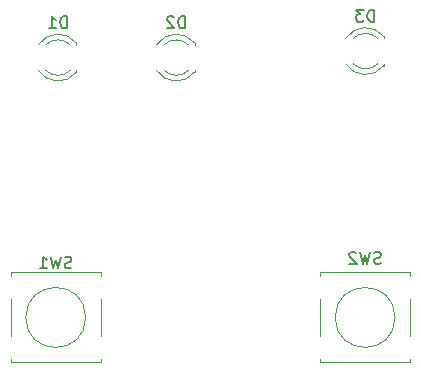
<source format=gbr>
%TF.GenerationSoftware,KiCad,Pcbnew,7.0.2-6a45011f42~172~ubuntu22.10.1*%
%TF.CreationDate,2023-04-24T10:08:01+02:00*%
%TF.ProjectId,him-card,68696d2d-6361-4726-942e-6b696361645f,rev?*%
%TF.SameCoordinates,Original*%
%TF.FileFunction,Legend,Bot*%
%TF.FilePolarity,Positive*%
%FSLAX46Y46*%
G04 Gerber Fmt 4.6, Leading zero omitted, Abs format (unit mm)*
G04 Created by KiCad (PCBNEW 7.0.2-6a45011f42~172~ubuntu22.10.1) date 2023-04-24 10:08:01*
%MOMM*%
%LPD*%
G01*
G04 APERTURE LIST*
%ADD10C,0.150000*%
%ADD11C,0.120000*%
G04 APERTURE END LIST*
D10*
%TO.C,D3*%
X136773094Y-76952619D02*
X136773094Y-75952619D01*
X136773094Y-75952619D02*
X136534999Y-75952619D01*
X136534999Y-75952619D02*
X136392142Y-76000238D01*
X136392142Y-76000238D02*
X136296904Y-76095476D01*
X136296904Y-76095476D02*
X136249285Y-76190714D01*
X136249285Y-76190714D02*
X136201666Y-76381190D01*
X136201666Y-76381190D02*
X136201666Y-76524047D01*
X136201666Y-76524047D02*
X136249285Y-76714523D01*
X136249285Y-76714523D02*
X136296904Y-76809761D01*
X136296904Y-76809761D02*
X136392142Y-76905000D01*
X136392142Y-76905000D02*
X136534999Y-76952619D01*
X136534999Y-76952619D02*
X136773094Y-76952619D01*
X135868332Y-75952619D02*
X135249285Y-75952619D01*
X135249285Y-75952619D02*
X135582618Y-76333571D01*
X135582618Y-76333571D02*
X135439761Y-76333571D01*
X135439761Y-76333571D02*
X135344523Y-76381190D01*
X135344523Y-76381190D02*
X135296904Y-76428809D01*
X135296904Y-76428809D02*
X135249285Y-76524047D01*
X135249285Y-76524047D02*
X135249285Y-76762142D01*
X135249285Y-76762142D02*
X135296904Y-76857380D01*
X135296904Y-76857380D02*
X135344523Y-76905000D01*
X135344523Y-76905000D02*
X135439761Y-76952619D01*
X135439761Y-76952619D02*
X135725475Y-76952619D01*
X135725475Y-76952619D02*
X135820713Y-76905000D01*
X135820713Y-76905000D02*
X135868332Y-76857380D01*
%TO.C,SW2*%
X137333332Y-97415000D02*
X137190475Y-97462619D01*
X137190475Y-97462619D02*
X136952380Y-97462619D01*
X136952380Y-97462619D02*
X136857142Y-97415000D01*
X136857142Y-97415000D02*
X136809523Y-97367380D01*
X136809523Y-97367380D02*
X136761904Y-97272142D01*
X136761904Y-97272142D02*
X136761904Y-97176904D01*
X136761904Y-97176904D02*
X136809523Y-97081666D01*
X136809523Y-97081666D02*
X136857142Y-97034047D01*
X136857142Y-97034047D02*
X136952380Y-96986428D01*
X136952380Y-96986428D02*
X137142856Y-96938809D01*
X137142856Y-96938809D02*
X137238094Y-96891190D01*
X137238094Y-96891190D02*
X137285713Y-96843571D01*
X137285713Y-96843571D02*
X137333332Y-96748333D01*
X137333332Y-96748333D02*
X137333332Y-96653095D01*
X137333332Y-96653095D02*
X137285713Y-96557857D01*
X137285713Y-96557857D02*
X137238094Y-96510238D01*
X137238094Y-96510238D02*
X137142856Y-96462619D01*
X137142856Y-96462619D02*
X136904761Y-96462619D01*
X136904761Y-96462619D02*
X136761904Y-96510238D01*
X136428570Y-96462619D02*
X136190475Y-97462619D01*
X136190475Y-97462619D02*
X135999999Y-96748333D01*
X135999999Y-96748333D02*
X135809523Y-97462619D01*
X135809523Y-97462619D02*
X135571428Y-96462619D01*
X135238094Y-96557857D02*
X135190475Y-96510238D01*
X135190475Y-96510238D02*
X135095237Y-96462619D01*
X135095237Y-96462619D02*
X134857142Y-96462619D01*
X134857142Y-96462619D02*
X134761904Y-96510238D01*
X134761904Y-96510238D02*
X134714285Y-96557857D01*
X134714285Y-96557857D02*
X134666666Y-96653095D01*
X134666666Y-96653095D02*
X134666666Y-96748333D01*
X134666666Y-96748333D02*
X134714285Y-96891190D01*
X134714285Y-96891190D02*
X135285713Y-97462619D01*
X135285713Y-97462619D02*
X134666666Y-97462619D01*
%TO.C,SW1*%
X111143332Y-97795000D02*
X111000475Y-97842619D01*
X111000475Y-97842619D02*
X110762380Y-97842619D01*
X110762380Y-97842619D02*
X110667142Y-97795000D01*
X110667142Y-97795000D02*
X110619523Y-97747380D01*
X110619523Y-97747380D02*
X110571904Y-97652142D01*
X110571904Y-97652142D02*
X110571904Y-97556904D01*
X110571904Y-97556904D02*
X110619523Y-97461666D01*
X110619523Y-97461666D02*
X110667142Y-97414047D01*
X110667142Y-97414047D02*
X110762380Y-97366428D01*
X110762380Y-97366428D02*
X110952856Y-97318809D01*
X110952856Y-97318809D02*
X111048094Y-97271190D01*
X111048094Y-97271190D02*
X111095713Y-97223571D01*
X111095713Y-97223571D02*
X111143332Y-97128333D01*
X111143332Y-97128333D02*
X111143332Y-97033095D01*
X111143332Y-97033095D02*
X111095713Y-96937857D01*
X111095713Y-96937857D02*
X111048094Y-96890238D01*
X111048094Y-96890238D02*
X110952856Y-96842619D01*
X110952856Y-96842619D02*
X110714761Y-96842619D01*
X110714761Y-96842619D02*
X110571904Y-96890238D01*
X110238570Y-96842619D02*
X110000475Y-97842619D01*
X110000475Y-97842619D02*
X109809999Y-97128333D01*
X109809999Y-97128333D02*
X109619523Y-97842619D01*
X109619523Y-97842619D02*
X109381428Y-96842619D01*
X108476666Y-97842619D02*
X109048094Y-97842619D01*
X108762380Y-97842619D02*
X108762380Y-96842619D01*
X108762380Y-96842619D02*
X108857618Y-96985476D01*
X108857618Y-96985476D02*
X108952856Y-97080714D01*
X108952856Y-97080714D02*
X109048094Y-97128333D01*
%TO.C,D2*%
X120753094Y-77502619D02*
X120753094Y-76502619D01*
X120753094Y-76502619D02*
X120514999Y-76502619D01*
X120514999Y-76502619D02*
X120372142Y-76550238D01*
X120372142Y-76550238D02*
X120276904Y-76645476D01*
X120276904Y-76645476D02*
X120229285Y-76740714D01*
X120229285Y-76740714D02*
X120181666Y-76931190D01*
X120181666Y-76931190D02*
X120181666Y-77074047D01*
X120181666Y-77074047D02*
X120229285Y-77264523D01*
X120229285Y-77264523D02*
X120276904Y-77359761D01*
X120276904Y-77359761D02*
X120372142Y-77455000D01*
X120372142Y-77455000D02*
X120514999Y-77502619D01*
X120514999Y-77502619D02*
X120753094Y-77502619D01*
X119800713Y-76597857D02*
X119753094Y-76550238D01*
X119753094Y-76550238D02*
X119657856Y-76502619D01*
X119657856Y-76502619D02*
X119419761Y-76502619D01*
X119419761Y-76502619D02*
X119324523Y-76550238D01*
X119324523Y-76550238D02*
X119276904Y-76597857D01*
X119276904Y-76597857D02*
X119229285Y-76693095D01*
X119229285Y-76693095D02*
X119229285Y-76788333D01*
X119229285Y-76788333D02*
X119276904Y-76931190D01*
X119276904Y-76931190D02*
X119848332Y-77502619D01*
X119848332Y-77502619D02*
X119229285Y-77502619D01*
%TO.C,D1*%
X110743094Y-77502619D02*
X110743094Y-76502619D01*
X110743094Y-76502619D02*
X110504999Y-76502619D01*
X110504999Y-76502619D02*
X110362142Y-76550238D01*
X110362142Y-76550238D02*
X110266904Y-76645476D01*
X110266904Y-76645476D02*
X110219285Y-76740714D01*
X110219285Y-76740714D02*
X110171666Y-76931190D01*
X110171666Y-76931190D02*
X110171666Y-77074047D01*
X110171666Y-77074047D02*
X110219285Y-77264523D01*
X110219285Y-77264523D02*
X110266904Y-77359761D01*
X110266904Y-77359761D02*
X110362142Y-77455000D01*
X110362142Y-77455000D02*
X110504999Y-77502619D01*
X110504999Y-77502619D02*
X110743094Y-77502619D01*
X109219285Y-77502619D02*
X109790713Y-77502619D01*
X109504999Y-77502619D02*
X109504999Y-76502619D01*
X109504999Y-76502619D02*
X109600237Y-76645476D01*
X109600237Y-76645476D02*
X109695475Y-76740714D01*
X109695475Y-76740714D02*
X109790713Y-76788333D01*
D11*
%TO.C,D3*%
X137595000Y-78214000D02*
X137595000Y-78370000D01*
X137595000Y-80530000D02*
X137595000Y-80686000D01*
X137075960Y-78370001D02*
G75*
G03*
X134993871Y-78370164I-1040960J-1079999D01*
G01*
X134362666Y-80528608D02*
G75*
G03*
X137594999Y-80685515I1672334J1078608D01*
G01*
X134993871Y-80529836D02*
G75*
G03*
X137075960Y-80529999I1041129J1079836D01*
G01*
X137594999Y-78214485D02*
G75*
G03*
X134362666Y-78371392I-1559999J-1235515D01*
G01*
%TO.C,SW2*%
X139810000Y-105510000D02*
X139810000Y-105810000D01*
X139810000Y-100430000D02*
X139810000Y-103570000D01*
X132190000Y-100430000D02*
X132190000Y-103570000D01*
X132190000Y-105510000D02*
X132190000Y-105810000D01*
X132190000Y-105810000D02*
X139810000Y-105810000D01*
X132190000Y-98190000D02*
X132190000Y-98490000D01*
X139810000Y-98190000D02*
X139810000Y-98490000D01*
X139810000Y-98190000D02*
X132190000Y-98190000D01*
X138540000Y-102000000D02*
G75*
G03*
X138540000Y-102000000I-2540000J0D01*
G01*
%TO.C,SW1*%
X113620000Y-105510000D02*
X113620000Y-105810000D01*
X113620000Y-100430000D02*
X113620000Y-103570000D01*
X106000000Y-100430000D02*
X106000000Y-103570000D01*
X106000000Y-105510000D02*
X106000000Y-105810000D01*
X106000000Y-105810000D02*
X113620000Y-105810000D01*
X106000000Y-98190000D02*
X106000000Y-98490000D01*
X113620000Y-98190000D02*
X113620000Y-98490000D01*
X113620000Y-98190000D02*
X106000000Y-98190000D01*
X112350000Y-102000000D02*
G75*
G03*
X112350000Y-102000000I-2540000J0D01*
G01*
%TO.C,D2*%
X121575000Y-78764000D02*
X121575000Y-78920000D01*
X121575000Y-81080000D02*
X121575000Y-81236000D01*
X121055960Y-78920001D02*
G75*
G03*
X118973871Y-78920164I-1040960J-1079999D01*
G01*
X118342666Y-81078608D02*
G75*
G03*
X121574999Y-81235515I1672334J1078608D01*
G01*
X118973871Y-81079836D02*
G75*
G03*
X121055960Y-81079999I1041129J1079836D01*
G01*
X121574999Y-78764485D02*
G75*
G03*
X118342666Y-78921392I-1559999J-1235515D01*
G01*
%TO.C,D1*%
X111565000Y-78764000D02*
X111565000Y-78920000D01*
X111565000Y-81080000D02*
X111565000Y-81236000D01*
X111045960Y-78920001D02*
G75*
G03*
X108963871Y-78920164I-1040960J-1079999D01*
G01*
X108332666Y-81078608D02*
G75*
G03*
X111564999Y-81235515I1672334J1078608D01*
G01*
X108963871Y-81079836D02*
G75*
G03*
X111045960Y-81079999I1041129J1079836D01*
G01*
X111564999Y-78764485D02*
G75*
G03*
X108332666Y-78921392I-1559999J-1235515D01*
G01*
%TD*%
M02*

</source>
